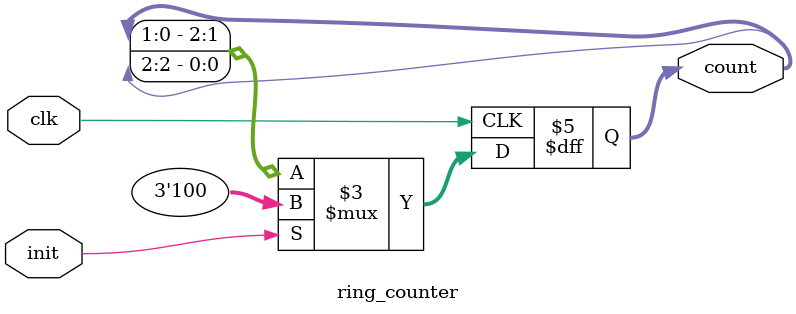
<source format=v>
module ring_counter(clk,init,count);
input clk,init;
output reg[2:0]count;
always @(posedge clk)
begin   
if(init)
count=3'b100;
else 

count={count[1:0],count[2]};

 
end 
endmodule
</source>
